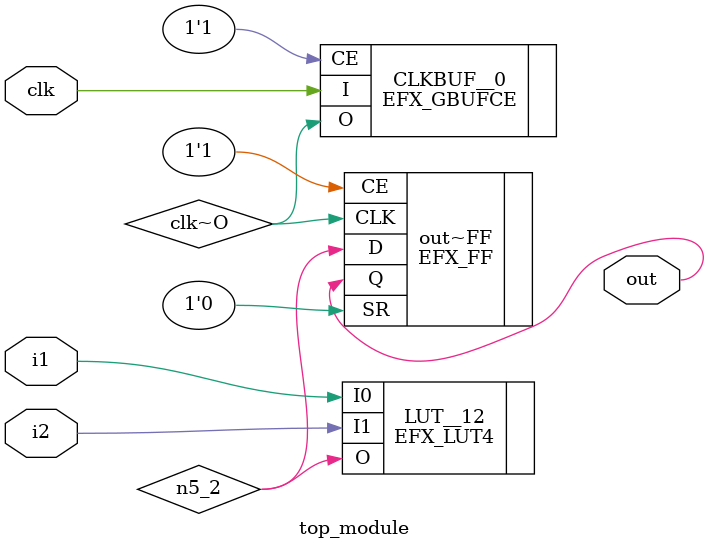
<source format=v>


module top_module (clk, i1, i2, out);
    input clk /* verific EFX_ATTRIBUTE_PORT__IS_PRIMARY_INPUT=TRUE */ ;   // /home/trinity/Downloads/efinity/2024.1/project/test_project/top_module.v(2)
    input i1 /* verific EFX_ATTRIBUTE_PORT__IS_PRIMARY_INPUT=TRUE */ ;   // /home/trinity/Downloads/efinity/2024.1/project/test_project/top_module.v(3)
    input i2 /* verific EFX_ATTRIBUTE_PORT__IS_PRIMARY_INPUT=TRUE */ ;   // /home/trinity/Downloads/efinity/2024.1/project/test_project/top_module.v(4)
    output out /* verific EFX_ATTRIBUTE_PORT__IS_PRIMARY_OUTPUT=TRUE */ ;   // /home/trinity/Downloads/efinity/2024.1/project/test_project/top_module.v(5)
    
    wire n5_2;
    
    wire \clk~O ;
    
    EFX_LUT4 LUT__12 (.I0(i1), .I1(i2), .O(n5_2)) /* verific EFX_ATTRIBUTE_CELL_NAME=EFX_LUT4, LUTMASK=16'h8888 */ ;
    defparam LUT__12.LUTMASK = 16'h8888;
    EFX_FF \out~FF  (.D(n5_2), .CE(1'b1), .CLK(\clk~O ), .SR(1'b0), 
           .Q(out)) /* verific EFX_ATTRIBUTE_CELL_NAME=EFX_FF, CLK_POLARITY=1'b1, D_POLARITY=1'b1, CE_POLARITY=1'b1, SR_SYNC=1'b1, SR_SYNC_PRIORITY=1'b1, SR_VALUE=1'b0, SR_POLARITY=1'b1 */ ;   // /home/trinity/Downloads/efinity/2024.1/project/test_project/top_module.v(10)
    defparam \out~FF .CLK_POLARITY = 1'b1;
    defparam \out~FF .CE_POLARITY = 1'b1;
    defparam \out~FF .SR_POLARITY = 1'b1;
    defparam \out~FF .D_POLARITY = 1'b1;
    defparam \out~FF .SR_SYNC = 1'b1;
    defparam \out~FF .SR_VALUE = 1'b0;
    defparam \out~FF .SR_SYNC_PRIORITY = 1'b1;
    EFX_GBUFCE CLKBUF__0 (.CE(1'b1), .I(clk), .O(\clk~O )) /* verific EFX_ATTRIBUTE_CELL_NAME=EFX_GBUFCE, CE_POLARITY=1'b1 */ ;
    defparam CLKBUF__0.CE_POLARITY = 1'b1;
    
endmodule

//
// Verific Verilog Description of module EFX_LUT4_45edcde5_0
// module not written out since it is a black box. 
//


//
// Verific Verilog Description of module EFX_FF_45edcde5_0
// module not written out since it is a black box. 
//


//
// Verific Verilog Description of module EFX_GBUFCE_45edcde5_0
// module not written out since it is a black box. 
//


</source>
